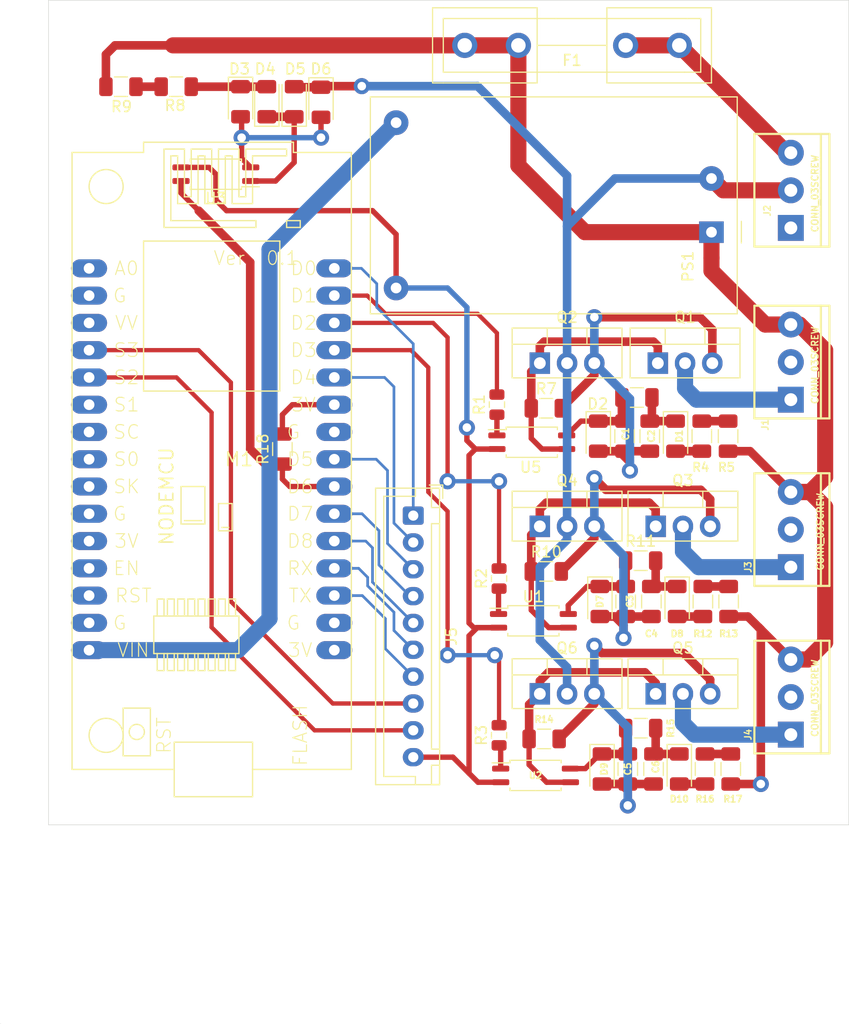
<source format=kicad_pcb>
(kicad_pcb (version 20210623) (generator pcbnew)
  (layers (0 "F.Cu" signal) (31 "B.Cu" signal) (34 "B.Paste" user) (35 "F.Paste" user) (36 "B.SilkS" user "B.Silkscreen") (37 "F.SilkS" user "F.Silkscreen") (38 "B.Mask" user) (39 "F.Mask" user) (44 "Edge.Cuts" user))
  (net 0 "")
  (net 1 "Net-(M1-Pad29)")
  (net 2 "Net-(M1-Pad28)")
  (net 3 "Net-(M1-Pad27)")
  (net 4 "Net-(R1-Pad1)")
  (net 5 "Net-(R2-Pad1)")
  (net 6 "Net-(R3-Pad1)")
  (net 7 "GND")
  (net 8 "Net-(D1-Pad2)")
  (net 9 "Net-(R4-Pad1)")
  (net 10 "Net-(C1-Pad2)")
  (net 11 "Net-(C1-Pad1)")
  (net 12 "Net-(C2-Pad1)")
  (net 13 "Net-(Q1-Pad1)")
  (net 14 "Net-(D3-Pad2)")
  (net 15 "Net-(D3-Pad1)")
  (net 16 "Net-(D4-Pad1)")
  (net 17 "Net-(F1-Pad1)")
  (net 18 "Net-(R8-Pad2)")
  (net 19 "Net-(C3-Pad2)")
  (net 20 "Net-(C3-Pad1)")
  (net 21 "Net-(C4-Pad1)")
  (net 22 "Net-(D8-Pad2)")
  (net 23 "Net-(Q3-Pad1)")
  (net 24 "Net-(R12-Pad1)")
  (net 25 "Net-(C5-Pad2)")
  (net 26 "Net-(C5-Pad1)")
  (net 27 "Net-(C6-Pad1)")
  (net 28 "Net-(D10-Pad2)")
  (net 29 "Net-(Q5-Pad1)")
  (net 30 "Net-(R16-Pad1)")
  (net 31 "Net-(M1-Pad25)")
  (net 32 "ZC")
  (net 33 "ACN")
  (net 34 "ACL")
  (net 35 "CH1")
  (net 36 "CH2")
  (net 37 "CH3")
  (net 38 "VDD")
  (net 39 "SW9")
  (net 40 "SW8")
  (net 41 "SW7")
  (net 42 "SW6")
  (net 43 "SW5")
  (net 44 "SW4")
  (net 45 "SW3")
  (net 46 "SW2")
  (net 47 "SW1")
  (footprint "Resistor_SMD:R_0805_2012Metric" (layer "F.Cu") (at 147.6 112.6625 90)
    (fp_text reference "R1")
    (fp_text value "220E")
  )
  (footprint "Resistor_SMD:R_0805_2012Metric" (layer "F.Cu") (at 147.8 128.8625 90)
    (fp_text reference "R2")
    (fp_text value "220E")
  )
  (footprint "Connectors:SCREWTERMINAL-3.5MM-3" (layer "F.Cu") (at 175 112.2 90)
    (fp_text reference "J1")
    (fp_text value "CONN_03SCREW")
  )
  (footprint "Package_TO_SOT_THT:TO-220-3_Vertical" (layer "F.Cu") (at 162.6 108.8)
    (fp_text reference "Q1")
    (fp_text value "IRF740")
  )
  (footprint "Package_TO_SOT_THT:TO-220-3_Vertical" (layer "F.Cu") (at 151.6 108.8)
    (fp_text reference "Q2")
    (fp_text value "IRF740")
  )
  (footprint "Resistor_SMD:R_1206_3216Metric" (layer "F.Cu") (at 152.2 113)
    (fp_text reference "R7")
    (fp_text value "10K")
  )
  (footprint "FuseHolder:Fuseholder5x20_horiz_open_inline_Type-I" (layer "F.Cu") (at 164.6 79.2 180)
    (fp_text reference "F1")
    (fp_text value "Fuse 5A")
  )
  (footprint "Connectors:SCREWTERMINAL-3.5MM-3" (layer "F.Cu") (at 175 96.2 90)
    (fp_text reference "J2")
    (fp_text value "CONN_03SCREW")
  )
  (footprint "Capacitor_SMD:C_1206_3216Metric" (layer "F.Cu") (at 159.6 131 -90)
    (fp_text reference "C3")
    (fp_text value "10")
  )
  (footprint "Capacitor_SMD:C_1206_3216Metric" (layer "F.Cu") (at 162 131 -90)
    (fp_text reference "C4")
    (fp_text value "10")
  )
  (footprint "Diode_SMD:D_1206_3216Metric" (layer "F.Cu") (at 157.2 131 -90)
    (fp_text reference "D7")
    (fp_text value "12V")
  )
  (footprint "Diode_SMD:D_1206_3216Metric" (layer "F.Cu") (at 164.4 131 -90)
    (fp_text reference "D8")
    (fp_text value "4007")
  )
  (footprint "Connectors:SCREWTERMINAL-3.5MM-3" (layer "F.Cu") (at 175 127.8 90)
    (fp_text reference "J3")
    (fp_text value "CONN_03SCREW")
  )
  (footprint "Package_TO_SOT_THT:TO-220-3_Vertical" (layer "F.Cu") (at 162.4 124)
    (fp_text reference "Q3")
    (fp_text value "IRF740")
  )
  (footprint "Package_TO_SOT_THT:TO-220-3_Vertical" (layer "F.Cu") (at 151.6 124)
    (fp_text reference "Q4")
    (fp_text value "IRF740")
  )
  (footprint "Resistor_SMD:R_1206_3216Metric" (layer "F.Cu") (at 152.2 128.2)
    (fp_text reference "R10")
    (fp_text value "10K")
  )
  (footprint "Resistor_SMD:R_1206_3216Metric" (layer "F.Cu") (at 161 127.2)
    (fp_text reference "R11")
    (fp_text value "100E")
  )
  (footprint "Resistor_SMD:R_1206_3216Metric" (layer "F.Cu") (at 169.2 131 -90)
    (fp_text reference "R13")
    (fp_text value "15K")
  )
  (footprint "Connectors:SCREWTERMINAL-3.5MM-3" (layer "F.Cu") (at 175 143.4 90)
    (fp_text reference "J4")
    (fp_text value "CONN_03SCREW")
  )
  (footprint "Package_TO_SOT_THT:TO-220-3_Vertical" (layer "F.Cu") (at 162.4 139.6)
    (fp_text reference "Q5")
    (fp_text value "IRF740")
  )
  (footprint "Package_TO_SOT_THT:TO-220-3_Vertical" (layer "F.Cu") (at 151.6 139.6)
    (fp_text reference "Q6")
    (fp_text value "IRF740")
  )
  (footprint "Resistor_SMD:R_1206_3216Metric" (layer "F.Cu") (at 152 143.8)
    (fp_text reference "R14")
    (fp_text value "10K")
  )
  (footprint "nodemcu2:nodemcu2-NODEMCU" (layer "F.Cu") (at 123.55 117.75)
    (fp_text reference "M1")
    (fp_text value "NODEMCU")
  )
  (footprint "Resistor_SMD:R_1206_3216Metric" (layer "F.Cu") (at 112.55 83.05 180)
    (fp_text reference "R9")
    (fp_text value "33K")
  )
  (footprint "Diode_SMD:D_1206_3216Metric" (layer "F.Cu") (at 123.7 84.45 -90)
    (fp_text reference "D3")
    (fp_text value "4007")
  )
  (footprint "Diode_SMD:D_1206_3216Metric" (layer "F.Cu") (at 126.15 84.45 90)
    (fp_text reference "D4")
    (fp_text value "4007")
  )
  (footprint "Diode_SMD:D_1206_3216Metric" (layer "F.Cu") (at 128.7 84.45 90)
    (fp_text reference "D5")
    (fp_text value "4007")
  )
  (footprint "Diode_SMD:D_1206_3216Metric" (layer "F.Cu") (at 131.2 84.5 -90)
    (fp_text reference "D6")
    (fp_text value "4007")
  )
  (footprint "Resistor_SMD:R_1206_3216Metric" (layer "F.Cu") (at 117.7 83.05 180)
    (fp_text reference "R8")
    (fp_text value "33K")
  )
  (footprint "Diode_SMD:D_1206_3216Metric" (layer "F.Cu") (at 164.25 115.6 -90)
    (fp_text reference "D1")
    (fp_text value "4007")
  )
  (footprint "Resistor_SMD:R_1206_3216Metric" (layer "F.Cu") (at 166.7 115.6 -90)
    (fp_text reference "R4")
    (fp_text value "15K" hide)
  )
  (footprint "Resistor_SMD:R_1206_3216Metric" (layer "F.Cu") (at 160.65 112)
    (fp_text reference "R6" hide)
    (fp_text value "100E")
  )
  (footprint "Capacitor_SMD:C_1206_3216Metric" (layer "F.Cu") (at 159.5 115.6 -90)
    (fp_text reference "C1")
    (fp_text value "10")
  )
  (footprint "Diode_SMD:D_1206_3216Metric" (layer "F.Cu") (at 157.05 115.6 -90)
    (fp_text reference "D2")
    (fp_text value "12V")
  )
  (footprint "Resistor_SMD:R_1206_3216Metric" (layer "F.Cu") (at 167 146.6 -90)
    (fp_text reference "R16")
    (fp_text value "15K")
  )
  (footprint "Capacitor_SMD:C_1206_3216Metric" (layer "F.Cu") (at 162.2 146.6 -90)
    (fp_text reference "C6")
    (fp_text value "10" hide)
  )
  (footprint "Diode_SMD:D_1206_3216Metric" (layer "F.Cu") (at 164.6 146.6 -90)
    (fp_text reference "D10")
    (fp_text value "4007")
  )
  (footprint "Resistor_SMD:R_1206_3216Metric" (layer "F.Cu") (at 161 142.8)
    (fp_text reference "R15")
    (fp_text value "100E")
  )
  (footprint "Capacitor_SMD:C_1206_3216Metric" (layer "F.Cu") (at 159.8 146.6 -90)
    (fp_text reference "C5")
    (fp_text value "10")
  )
  (footprint "Capacitor_SMD:C_1206_3216Metric" (layer "F.Cu") (at 161.85 115.6 -90)
    (fp_text reference "C2")
    (fp_text value "10")
  )
  (footprint "Package_SO:SOIC-4_4.55x2.6mm_P1.27mm" (layer "F.Cu") (at 150.85 116.165)
    (fp_text reference "U5")
    (fp_text value "TLP291")
  )
  (footprint "Converter_ACDC:Converter_ACDC_HiLink_HLK-PMxx" (layer "F.Cu") (at 167.6 96.6 180)
    (fp_text reference "PS1")
    (fp_text value "HLK-PM01")
  )
  (footprint "Package_SO:SOIC-4_4.55x2.6mm_P1.27mm" (layer "F.Cu") (at 151 132.8)
    (fp_text reference "U1")
    (fp_text value "TLP291")
  )
  (footprint "Package_SO:SOIC-4_4.55x2.6mm_P1.27mm" (layer "F.Cu") (at 151.2 147.2)
    (fp_text reference "U2")
    (fp_text value "TLP291" hide)
  )
  (footprint "Package_SO:SOIC-4_4.55x2.6mm_P1.27mm" (layer "F.Cu") (at 121.4 91.2 180)
    (fp_text reference "U3")
    (fp_text value "TLP291")
  )
  (footprint "Connector_JST:JST_XH_B10B-XH-A_1x10_P2.50mm_Vertical" (layer "F.Cu") (at 139.8 123 -90)
    (fp_text reference "J5")
    (fp_text value "Conn_01x10")
  )
  (footprint "Resistor_SMD:R_0805_2012Metric" (layer "F.Cu") (at 147.8 143.4625 90)
    (fp_text reference "R3")
    (fp_text value "220E" hide)
  )
  (footprint "Diode_SMD:D_1206_3216Metric" (layer "F.Cu") (at 157.4 146.6 -90)
    (fp_text reference "D9")
    (fp_text value "12V")
  )
  (footprint "Resistor_SMD:R_1206_3216Metric" (layer "F.Cu") (at 166.8 131 -90)
    (fp_text reference "R12")
    (fp_text value "15K")
  )
  (footprint "Resistor_SMD:R_1206_3216Metric" (layer "F.Cu") (at 169.4 146.6 -90)
    (fp_text reference "R17")
    (fp_text value "15K")
  )
  (footprint "Resistor_SMD:R_1206_3216Metric" (layer "F.Cu") (at 169.15 115.6 -90)
    (fp_text reference "R5")
    (fp_text value "15K" hide)
  )
  (footprint "Resistor_SMD:R_1206_3216Metric" (layer "F.Cu") (at 127.6 116.8 90)
    (fp_text reference "R18")
    (fp_text value "10K")
  )
  (gr_line (start 101.3 170.35) (end 101.35 170.35) (layer "Edge.Cuts") (width 0.05))
  (gr_line (start 105.8 75) (end 105.8 151.8) (layer "Edge.Cuts") (width 0.05))
  (gr_line (start 180.4 75) (end 105.8 75) (layer "Edge.Cuts") (width 0.05))
  (gr_line (start 180.4 151.8) (end 180.4 75) (layer "Edge.Cuts") (width 0.05))
  (gr_line (start 105.8 151.8) (end 180.4 151.8) (layer "Edge.Cuts") (width 0.05))
  (segment (start 147.6 111.725) (end 147.6 106) (width 0.4) (layer "F.Cu") (net 1))
  (segment (start 137.2 104.2) (end 135.51 102.51) (width 0.4) (layer "F.Cu") (net 1))
  (segment (start 145.8 104.2) (end 137.2 104.2) (width 0.4) (layer "F.Cu") (net 1))
  (segment (start 135.51 102.51) (end 132.44 102.51) (width 0.4) (layer "F.Cu") (net 1))
  (segment (start 147.6 106) (end 145.8 104.2) (width 0.4) (layer "F.Cu") (net 1))
  (segment (start 143 106.4) (end 141.65 105.05) (width 0.4) (layer "F.Cu") (net 2))
  (segment (start 143 119.8) (end 143 106.4) (width 0.4) (layer "F.Cu") (net 2))
  (segment (start 141.65 105.05) (end 132.44 105.05) (width 0.4) (layer "F.Cu") (net 2))
  (segment (start 147.8 127.925) (end 147.8 119.8) (width 0.4) (layer "F.Cu") (net 2))
  (via (at 143 119.8) (size 1.5) (drill 0.8) (layers "F.Cu" "B.Cu") (net 2))
  (via (at 147.8 119.8) (size 1.5) (drill 0.8) (layers "F.Cu" "B.Cu") (net 2))
  (segment (start 147.8 119.8) (end 143 119.8) (width 0.4) (layer "B.Cu") (net 2))
  (segment (start 139.59 107.59) (end 132.44 107.59) (width 0.4) (layer "F.Cu") (net 3))
  (segment (start 147.8 136.4) (end 147.4 136) (width 0.4) (layer "F.Cu") (net 3))
  (segment (start 143 136) (end 143 122.6) (width 0.4) (layer "F.Cu") (net 3))
  (segment (start 147.8 142.525) (end 147.8 136.4) (width 0.4) (layer "F.Cu") (net 3))
  (segment (start 141.2 109.2) (end 139.59 107.59) (width 0.4) (layer "F.Cu") (net 3))
  (segment (start 143 122.6) (end 141.2 120.8) (width 0.4) (layer "F.Cu") (net 3))
  (segment (start 141.2 120.8) (end 141.2 109.2) (width 0.4) (layer "F.Cu") (net 3))
  (via (at 143 136) (size 1.5) (drill 0.8) (layers "F.Cu" "B.Cu") (net 3))
  (via (at 147.4 136) (size 1.5) (drill 0.8) (layers "F.Cu" "B.Cu") (net 3))
  (segment (start 147.4 136) (end 143 136) (width 0.4) (layer "B.Cu") (net 3))
  (segment (start 147.6 115.53) (end 147.6 113.6) (width 0.5) (layer "F.Cu") (net 4))
  (segment (start 147.75 132.165) (end 147.75 129.85) (width 0.5) (layer "F.Cu") (net 5))
  (segment (start 147.75 129.85) (end 147.8 129.8) (width 0.5) (layer "F.Cu") (net 5))
  (segment (start 147.95 144.55) (end 147.8 144.4) (width 0.5) (layer "F.Cu") (net 6))
  (segment (start 147.95 146.565) (end 147.95 144.55) (width 0.5) (layer "F.Cu") (net 6))
  (segment (start 143.5 145.5) (end 145 147) (width 0.5) (layer "F.Cu") (net 7))
  (segment (start 145.6 116.8) (end 147.6 116.8) (width 0.5) (layer "F.Cu") (net 7))
  (segment (start 138.2 96.8) (end 138.2 101.8) (width 0.5) (layer "F.Cu") (net 7))
  (segment (start 145 147) (end 145 134.2) (width 0.5) (layer "F.Cu") (net 7))
  (segment (start 145.835 147.835) (end 145 147) (width 0.5) (layer "F.Cu") (net 7))
  (segment (start 145 134.2) (end 145.765 133.435) (width 0.5) (layer "F.Cu") (net 7))
  (segment (start 145 117.4) (end 145.6 116.8) (width 0.5) (layer "F.Cu") (net 7))
  (segment (start 145 133) (end 145 117.4) (width 0.5) (layer "F.Cu") (net 7))
  (segment (start 121.4 91.2) (end 121.4 93.6) (width 0.5) (layer "F.Cu") (net 7))
  (segment (start 147.75 133.435) (end 145.435 133.435) (width 0.5) (layer "F.Cu") (net 7))
  (segment (start 147.95 147.835) (end 145.835 147.835) (width 0.5) (layer "F.Cu") (net 7))
  (segment (start 144.8 116) (end 144.8 114.8) (width 0.5) (layer "F.Cu") (net 7))
  (segment (start 145.6 116.8) (end 144.8 116) (width 0.5) (layer "F.Cu") (net 7))
  (segment (start 139.8 145.5) (end 143.5 145.5) (width 0.5) (layer "F.Cu") (net 7))
  (segment (start 118.15 90.565) (end 120.765 90.565) (width 0.5) (layer "F.Cu") (net 7))
  (segment (start 136 94.6) (end 138.2 96.8) (width 0.5) (layer "F.Cu") (net 7))
  (segment (start 122.4 94.6) (end 136 94.6) (width 0.5) (layer "F.Cu") (net 7))
  (segment (start 120.765 90.565) (end 121.4 91.2) (width 0.5) (layer "F.Cu") (net 7))
  (segment (start 121.4 93.6) (end 122.4 94.6) (width 0.5) (layer "F.Cu") (net 7))
  (segment (start 145.435 133.435) (end 145 133) (width 0.5) (layer "F.Cu") (net 7))
  (segment (start 145.765 133.435) (end 147.75 133.435) (width 0.5) (layer "F.Cu") (net 7))
  (via (at 144.8 114.8) (size 1.5) (drill 0.8) (layers "F.Cu" "B.Cu") (net 7))
  (segment (start 144.8 114.8) (end 144.8 103.6) (width 0.5) (layer "B.Cu") (net 7))
  (segment (start 143 101.8) (end 138.2 101.8) (width 0.5) (layer "B.Cu") (net 7))
  (segment (start 144.8 103.6) (end 143 101.8) (width 0.5) (layer "B.Cu") (net 7))
  (segment (start 166.7 117) (end 164.25 117) (width 0.8) (layer "F.Cu") (net 8))
  (segment (start 169.15 114.2) (end 166.7 114.2) (width 0.8) (layer "F.Cu") (net 9))
  (segment (start 159 117) (end 160 118) (width 0.8) (layer "F.Cu") (net 10))
  (segment (start 166.52 104.52) (end 167.68 105.68) (width 0.8) (layer "F.Cu") (net 10))
  (segment (start 160 118) (end 160 118.8) (width 0.8) (layer "F.Cu") (net 10))
  (segment (start 156.68 104.52) (end 166.52 104.52) (width 0.8) (layer "F.Cu") (net 10))
  (segment (start 159.5 117) (end 157.05 117) (width 0.8) (layer "F.Cu") (net 10))
  (segment (start 167.68 105.68) (end 167.68 108.8) (width 0.8) (layer "F.Cu") (net 10))
  (segment (start 157.05 117) (end 159 117) (width 0.8) (layer "F.Cu") (net 10))
  (segment (start 156.68 108.8) (end 156.68 109.92) (width 0.8) (layer "F.Cu") (net 10))
  (segment (start 156.68 109.92) (end 153.6 113) (width 0.8) (layer "F.Cu") (net 10))
  (segment (start 161.85 117) (end 159.5 117) (width 0.8) (layer "F.Cu") (net 10))
  (via (at 160 118.8) (size 1.5) (drill 0.8) (layers "F.Cu" "B.Cu") (net 10))
  (via (at 156.68 104.52) (size 1.5) (drill 0.8) (layers "F.Cu" "B.Cu") (net 10))
  (segment (start 160 118.8) (end 160 112.12) (width 0.8) (layer "B.Cu") (net 10))
  (segment (start 156.68 108.8) (end 156.68 104.52) (width 0.8) (layer "B.Cu") (net 10))
  (segment (start 160 112.12) (end 156.68 108.8) (width 0.8) (layer "B.Cu") (net 10))
  (segment (start 159.25 112) (end 159.25 113.95) (width 0.8) (layer "F.Cu") (net 11))
  (segment (start 159.25 113.95) (end 159.5 114.2) (width 0.8) (layer "F.Cu") (net 11))
  (segment (start 155.43 114.2) (end 157.05 114.2) (width 0.5) (layer "F.Cu") (net 11))
  (segment (start 154.1 115.53) (end 155.43 114.2) (width 0.5) (layer "F.Cu") (net 11))
  (segment (start 159.5 114.2) (end 157.05 114.2) (width 0.8) (layer "F.Cu") (net 11))
  (segment (start 162.05 112) (end 162.05 114) (width 0.8) (layer "F.Cu") (net 12))
  (segment (start 164.25 114.2) (end 161.85 114.2) (width 0.8) (layer "F.Cu") (net 12))
  (segment (start 162.05 114) (end 161.85 114.2) (width 0.8) (layer "F.Cu") (net 12))
  (segment (start 162.6 108.8) (end 162.6 107.2) (width 0.8) (layer "F.Cu") (net 13))
  (segment (start 151.8 116.8) (end 150.8 115.8) (width 0.5) (layer "F.Cu") (net 13))
  (segment (start 150.8 113) (end 150.8 109.6) (width 0.8) (layer "F.Cu") (net 13))
  (segment (start 162.2 106.8) (end 152 106.8) (width 0.8) (layer "F.Cu") (net 13))
  (segment (start 162.6 107.2) (end 162.2 106.8) (width 0.8) (layer "F.Cu") (net 13))
  (segment (start 150.8 115.8) (end 150.8 113) (width 0.5) (layer "F.Cu") (net 13))
  (segment (start 151.6 107.2) (end 151.6 108.8) (width 0.8) (layer "F.Cu") (net 13))
  (segment (start 150.8 109.6) (end 151.6 108.8) (width 0.8) (layer "F.Cu") (net 13))
  (segment (start 154.1 116.8) (end 151.8 116.8) (width 0.5) (layer "F.Cu") (net 13))
  (segment (start 152 106.8) (end 151.6 107.2) (width 0.8) (layer "F.Cu") (net 13))
  (segment (start 124.65 90.565) (end 123.8 89.715) (width 0.5) (layer "F.Cu") (net 14))
  (segment (start 123.8 89.715) (end 123.8 87.8) (width 0.5) (layer "F.Cu") (net 14))
  (segment (start 131.2 85.9) (end 131.2 87.8) (width 0.5) (layer "F.Cu") (net 14))
  (segment (start 123.8 87.8) (end 123.8 85.95) (width 0.5) (layer "F.Cu") (net 14))
  (segment (start 123.8 85.95) (end 123.7 85.85) (width 0.5) (layer "F.Cu") (net 14))
  (via (at 131.2 87.8) (size 1.5) (drill 0.8) (layers "F.Cu" "B.Cu") (net 14))
  (via (at 123.8 87.8) (size 1.5) (drill 0.8) (layers "F.Cu" "B.Cu") (net 14))
  (segment (start 131.2 87.8) (end 123.8 87.8) (width 0.5) (layer "B.Cu") (net 14))
  (segment (start 123.7 83.05) (end 119.1 83.05) (width 0.8) (layer "F.Cu") (net 15))
  (segment (start 126.15 83.05) (end 123.7 83.05) (width 0.8) (layer "F.Cu") (net 15))
  (segment (start 126.965 91.835) (end 128.7 90.1) (width 0.5) (layer "F.Cu") (net 16))
  (segment (start 128.7 85.85) (end 126.15 85.85) (width 0.8) (layer "F.Cu") (net 16))
  (segment (start 128.7 90.1) (end 128.7 85.85) (width 0.5) (layer "F.Cu") (net 16))
  (segment (start 124.65 91.835) (end 126.965 91.835) (width 0.5) (layer "F.Cu") (net 16))
  (segment (start 164.6 79.2) (end 159.6 79.2) (width 1.5) (layer "F.Cu") (net 17))
  (segment (start 175 89.2023) (end 174.6023 89.2023) (width 1.5) (layer "F.Cu") (net 17))
  (segment (start 174.6023 89.2023) (end 164.6 79.2) (width 1.5) (layer "F.Cu") (net 17))
  (segment (start 116.3 83.05) (end 113.95 83.05) (width 0.8) (layer "F.Cu") (net 18))
  (segment (start 159.4 133.2) (end 159.4 134) (width 0.8) (layer "F.Cu") (net 19))
  (segment (start 158.6 132.4) (end 159.4 133.2) (width 0.8) (layer "F.Cu") (net 19))
  (segment (start 162 132.4) (end 159.6 132.4) (width 0.8) (layer "F.Cu") (net 19))
  (segment (start 159.4 134) (end 159.4 134.4) (width 0.8) (layer "F.Cu") (net 19))
  (segment (start 167.48 121.48) (end 166.6 120.6) (width 0.8) (layer "F.Cu") (net 19))
  (segment (start 157.76 120.6) (end 156.68 119.52) (width 0.8) (layer "F.Cu") (net 19))
  (segment (start 157.2 132.4) (end 158.6 132.4) (width 0.8) (layer "F.Cu") (net 19))
  (segment (start 167.48 124) (end 167.48 121.48) (width 0.8) (layer "F.Cu") (net 19))
  (segment (start 156.68 124) (end 156.68 125.12) (width 0.8) (layer "F.Cu") (net 19))
  (segment (start 166.6 120.6) (end 157.76 120.6) (width 0.8) (layer "F.Cu") (net 19))
  (segment (start 156.68 125.12) (end 153.6 128.2) (width 0.8) (layer "F.Cu") (net 19))
  (segment (start 159.6 132.4) (end 157.2 132.4) (width 0.8) (layer "F.Cu") (net 19))
  (segment (start 157.2 132.4) (end 158 132.4) (width 0.8) (layer "F.Cu") (net 19))
  (via (at 159.4 134.4) (size 1.5) (drill 0.8) (layers "F.Cu" "B.Cu") (net 19))
  (via (at 156.68 119.52) (size 1.5) (drill 0.8) (layers "F.Cu" "B.Cu") (net 19))
  (segment (start 159.4 126.72) (end 156.68 124) (width 0.8) (layer "B.Cu") (net 19))
  (segment (start 156.68 124) (end 156.68 120.12) (width 0.8) (layer "B.Cu") (net 19))
  (segment (start 156.68 120.12) (end 156.68 119.52) (width 0.8) (layer "B.Cu") (net 19))
  (segment (start 159.4 134.4) (end 159.4 126.72) (width 0.8) (layer "B.Cu") (net 19))
  (segment (start 159.6 127.2) (end 159.6 129.6) (width 0.8) (layer "F.Cu") (net 20))
  (segment (start 154.25 131.35) (end 156 129.6) (width 0.5) (layer "F.Cu") (net 20))
  (segment (start 156 129.6) (end 157.2 129.6) (width 0.5) (layer "F.Cu") (net 20))
  (segment (start 159.6 129.6) (end 157.2 129.6) (width 0.8) (layer "F.Cu") (net 20))
  (segment (start 154.25 132.165) (end 154.25 131.35) (width 0.5) (layer "F.Cu") (net 20))
  (segment (start 162.4 129.2) (end 162 129.6) (width 0.8) (layer "F.Cu") (net 21))
  (segment (start 164.4 129.6) (end 162 129.6) (width 0.8) (layer "F.Cu") (net 21))
  (segment (start 162.4 127.2) (end 162.4 129.2) (width 0.8) (layer "F.Cu") (net 21))
  (segment (start 166.8 132.4) (end 164.4 132.4) (width 0.8) (layer "F.Cu") (net 22))
  (segment (start 162.4 122.4) (end 161.8 121.8) (width 0.8) (layer "F.Cu") (net 23))
  (segment (start 152.2 121.8) (end 151.6 122.4) (width 0.8) (layer "F.Cu") (net 23))
  (segment (start 162.4 124) (end 162.4 122.4) (width 0.8) (layer "F.Cu") (net 23))
  (segment (start 161.8 121.8) (end 152.2 121.8) (width 0.8) (layer "F.Cu") (net 23))
  (segment (start 151.6 122.4) (end 151.6 124) (width 0.8) (layer "F.Cu") (net 23))
  (segment (start 154.25 133.435) (end 152.435 133.435) (width 0.5) (layer "F.Cu") (net 23))
  (segment (start 152.435 133.435) (end 150.8 131.8) (width 0.5) (layer "F.Cu") (net 23))
  (segment (start 150.8 131.8) (end 150.8 128.2) (width 0.5) (layer "F.Cu") (net 23))
  (segment (start 150.8 124.8) (end 151.6 124) (width 0.8) (layer "F.Cu") (net 23))
  (segment (start 150.8 128.2) (end 150.8 124.8) (width 0.8) (layer "F.Cu") (net 23))
  (segment (start 169.2 129.6) (end 166.8 129.6) (width 0.8) (layer "F.Cu") (net 24))
  (segment (start 157.4 148) (end 159.2 148) (width 0.8) (layer "F.Cu") (net 25))
  (segment (start 159.8 148.6) (end 159.8 149.6) (width 0.8) (layer "F.Cu") (net 25))
  (segment (start 159.8 148) (end 157.4 148) (width 0.8) (layer "F.Cu") (net 25))
  (segment (start 159.8 149.6) (end 159.8 150) (width 0.8) (layer "F.Cu") (net 25))
  (segment (start 157.36 135.8) (end 156.68 135.12) (width 0.8) (layer "F.Cu") (net 25))
  (segment (start 156.68 140.52) (end 153.4 143.8) (width 0.8) (layer "F.Cu") (net 25))
  (segment (start 156.68 139.6) (end 156.68 140.52) (width 0.8) (layer "F.Cu") (net 25))
  (segment (start 167.48 139.6) (end 167.48 138.28) (width 0.8) (layer "F.Cu") (net 25))
  (segment (start 159.2 148) (end 159.8 148.6) (width 0.8) (layer "F.Cu") (net 25))
  (segment (start 162.2 148) (end 159.8 148) (width 0.8) (layer "F.Cu") (net 25))
  (segment (start 165 135.8) (end 157.36 135.8) (width 0.8) (layer "F.Cu") (net 25))
  (segment (start 167.48 138.28) (end 165 135.8) (width 0.8) (layer "F.Cu") (net 25))
  (via (at 159.8 150) (size 1.5) (drill 0.8) (layers "F.Cu" "B.Cu") (net 25))
  (via (at 156.68 135.12) (size 1.5) (drill 0.8) (layers "F.Cu" "B.Cu") (net 25))
  (segment (start 159.8 142.72) (end 156.68 139.6) (width 0.8) (layer "B.Cu") (net 25))
  (segment (start 156.68 139.6) (end 156.68 135.72) (width 0.8) (layer "B.Cu") (net 25))
  (segment (start 156.68 135.72) (end 156.68 135.12) (width 0.8) (layer "B.Cu") (net 25))
  (segment (start 159.8 150) (end 159.8 142.72) (width 0.8) (layer "B.Cu") (net 25))
  (segment (start 159.6 142.8) (end 159.6 145) (width 0.8) (layer "F.Cu") (net 26))
  (segment (start 159.8 145.2) (end 157.4 145.2) (width 0.8) (layer "F.Cu") (net 26))
  (segment (start 157.2 145.2) (end 157.4 145.2) (width 0.5) (layer "F.Cu") (net 26))
  (segment (start 159.6 145) (end 159.8 145.2) (width 0.8) (layer "F.Cu") (net 26))
  (segment (start 154.45 146.565) (end 155.835 146.565) (width 0.5) (layer "F.Cu") (net 26))
  (segment (start 155.835 146.565) (end 157.2 145.2) (width 0.5) (layer "F.Cu") (net 26))
  (segment (start 162.4 145) (end 162.2 145.2) (width 0.8) (layer "F.Cu") (net 27))
  (segment (start 162.4 142.8) (end 162.4 145) (width 0.8) (layer "F.Cu") (net 27))
  (segment (start 164.6 145.2) (end 162.2 145.2) (width 0.8) (layer "F.Cu") (net 27))
  (segment (start 167 148) (end 164.6 148) (width 0.8) (layer "F.Cu") (net 28))
  (segment (start 150.6 143.8) (end 150.6 140.6) (width 0.8) (layer "F.Cu") (net 29))
  (segment (start 151.6 138.4) (end 151.6 139.6) (width 0.8) (layer "F.Cu") (net 29))
  (segment (start 154.45 147.835) (end 152.235 147.835) (width 0.5) (layer "F.Cu") (net 29))
  (segment (start 162.4 138.6) (end 161.4 137.6) (width 0.8) (layer "F.Cu") (net 29))
  (segment (start 152.4 137.6) (end 151.6 138.4) (width 0.8) (layer "F.Cu") (net 29))
  (segment (start 161.4 137.6) (end 152.4 137.6) (width 0.8) (layer "F.Cu") (net 29))
  (segment (start 152.235 147.835) (end 150.6 146.2) (width 0.5) (layer "F.Cu") (net 29))
  (segment (start 150.6 146.2) (end 150.6 143.8) (width 0.5) (layer "F.Cu") (net 29))
  (segment (start 162.4 139.6) (end 162.4 138.6) (width 0.8) (layer "F.Cu") (net 29))
  (segment (start 150.6 140.6) (end 151.6 139.6) (width 0.8) (layer "F.Cu") (net 29))
  (segment (start 169.4 145.2) (end 167 145.2) (width 0.8) (layer "F.Cu") (net 30))
  (segment (start 128.53 112.67) (end 127.6 113.6) (width 0.5) (layer "F.Cu") (net 31))
  (segment (start 127.6 113.6) (end 127.6 115.4) (width 0.5) (layer "F.Cu") (net 31))
  (segment (start 132.44 112.67) (end 128.53 112.67) (width 0.5) (layer "F.Cu") (net 31))
  (segment (start 118.15 92.95) (end 118.15 91.835) (width 0.5) (layer "F.Cu") (net 32))
  (segment (start 127.6 119.6) (end 127.6 118.2) (width 0.5) (layer "F.Cu") (net 32))
  (segment (start 124.6 116.8) (end 124.6 99.4) (width 0.8) (layer "F.Cu") (net 32))
  (segment (start 132.44 120.29) (end 128.29 120.29) (width 0.5) (layer "F.Cu") (net 32))
  (segment (start 124.6 99.4) (end 119.8 94.6) (width 0.8) (layer "F.Cu") (net 32))
  (segment (start 128.29 120.29) (end 127.6 119.6) (width 0.5) (layer "F.Cu") (net 32))
  (segment (start 119.8 94.6) (end 118.15 92.95) (width 0.5) (layer "F.Cu") (net 32))
  (segment (start 127.6 118.2) (end 126 118.2) (width 0.8) (layer "F.Cu") (net 32))
  (segment (start 126 118.2) (end 124.6 116.8) (width 0.8) (layer "F.Cu") (net 32))
  (segment (start 128.75 83.1) (end 128.7 83.05) (width 0.8) (layer "F.Cu") (net 33))
  (segment (start 131.3 83) (end 131.2 83.1) (width 0.8) (layer "F.Cu") (net 33))
  (segment (start 175 92.70242) (end 168.70242 92.70242) (width 1.5) (layer "F.Cu") (net 33))
  (segment (start 131.2 83.1) (end 128.75 83.1) (width 0.8) (layer "F.Cu") (net 33))
  (segment (start 135 83) (end 131.3 83) (width 0.8) (layer "F.Cu") (net 33))
  (segment (start 168.70242 92.70242) (end 167.6 91.6) (width 1.5) (layer "F.Cu") (net 33))
  (via (at 135 83) (size 1.5) (drill 0.8) (layers "F.Cu" "B.Cu") (net 33))
  (segment (start 154.14 125.26) (end 154.14 124) (width 0.8) (layer "B.Cu") (net 33))
  (segment (start 151.6 134.6) (end 151.6 127.8) (width 0.8) (layer "B.Cu") (net 33))
  (segment (start 154.14 109) (end 154.34 108.8) (width 0.8) (layer "B.Cu") (net 33))
  (segment (start 154.14 96.06) (end 154.14 91.34) (width 0.8) (layer "B.Cu") (net 33))
  (segment (start 154.14 137.14) (end 151.6 134.6) (width 0.8) (layer "B.Cu") (net 33))
  (segment (start 145.8 83) (end 135 83) (width 0.8) (layer "B.Cu") (net 33))
  (segment (start 151.6 127.8) (end 154.14 125.26) (width 0.8) (layer "B.Cu") (net 33))
  (segment (start 154.14 139.6) (end 154.14 137.14) (width 0.8) (layer "B.Cu") (net 33))
  (segment (start 154.14 91.34) (end 145.8 83) (width 0.8) (layer "B.Cu") (net 33))
  (segment (start 154.14 124) (end 154.14 109) (width 0.8) (layer "B.Cu") (net 33))
  (segment (start 154.14 108.8) (end 154.14 96.06) (width 0.8) (layer "B.Cu") (net 33))
  (segment (start 158.6 91.6) (end 167.6 91.6) (width 0.8) (layer "B.Cu") (net 33))
  (segment (start 154.14 96.06) (end 158.6 91.6) (width 0.8) (layer "B.Cu") (net 33))
  (segment (start 169.4 148) (end 172.2 148) (width 0.8) (layer "F.Cu") (net 34))
  (segment (start 175.8023 105.2023) (end 175 105.2023) (width 1.5) (layer "F.Cu") (net 34))
  (segment (start 178.2 107.6) (end 175.8023 105.2023) (width 1.5) (layer "F.Cu") (net 34))
  (segment (start 149.6 79.2) (end 144.6 79.2) (width 1.5) (layer "F.Cu") (net 34))
  (segment (start 172.6023 105.2023) (end 167.6 100.2) (width 1.5) (layer "F.Cu") (net 34))
  (segment (start 176.5977 136.4023) (end 178.2 134.8) (width 1.5) (layer "F.Cu") (net 34))
  (segment (start 176.8023 120.8023) (end 175 120.8023) (width 1.5) (layer "F.Cu") (net 34))
  (segment (start 171.1977 117) (end 175 120.8023) (width 0.8) (layer "F.Cu") (net 34))
  (segment (start 176.7977 120.8023) (end 178.2 119.4) (width 1.5) (layer "F.Cu") (net 34))
  (segment (start 172.2 133.6023) (end 171.99885 133.40115) (width 0.8) (layer "F.Cu") (net 34))
  (segment (start 167.6 96.6) (end 167.6 99.0023) (width 1.5) (layer "F.Cu") (net 34))
  (segment (start 155.8 96.6) (end 149.6 90.4) (width 1.5) (layer "F.Cu") (net 34))
  (segment (start 175 136.4023) (end 176.5977 136.4023) (width 1.5) (layer "F.Cu") (net 34))
  (segment (start 175 120.8023) (end 176.7977 120.8023) (width 1.5) (layer "F.Cu") (net 34))
  (segment (start 178.2 134.8) (end 178.2 122.2) (width 1.5) (layer "F.Cu") (net 34))
  (segment (start 169.2 132.4) (end 170.9977 132.4) (width 0.8) (layer "F.Cu") (net 34))
  (segment (start 171.99885 133.40115) (end 175 136.4023) (width 0.8) (layer "F.Cu") (net 34))
  (segment (start 144.6 79.2) (end 117.4 79.2) (width 1.5) (layer "F.Cu") (net 34))
  (segment (start 170.9977 132.4) (end 171.99885 133.40115) (width 0.8) (layer "F.Cu") (net 34))
  (segment (start 178.2 119.4) (end 178.2 107.6) (width 1.5) (layer "F.Cu") (net 34))
  (segment (start 178.2 122.2) (end 176.8023 120.8023) (width 1.5) (layer "F.Cu") (net 34))
  (segment (start 167.6 96.6) (end 155.8 96.6) (width 1.5) (layer "F.Cu") (net 34))
  (segment (start 175 105.2023) (end 172.6023 105.2023) (width 1.5) (layer "F.Cu") (net 34))
  (segment (start 167.6 100.2) (end 167.6 99.0023) (width 1.5) (layer "F.Cu") (net 34))
  (segment (start 149.6 90.4) (end 149.6 79.2) (width 1.5) (layer "F.Cu") (net 34))
  (segment (start 111.15 80.05) (end 111.15 83.05) (width 0.8) (layer "F.Cu") (net 34))
  (segment (start 172.2 148) (end 172.2 133.6023) (width 0.8) (layer "F.Cu") (net 34))
  (segment (start 117.4 79.2) (end 112 79.2) (width 0.8) (layer "F.Cu") (net 34))
  (segment (start 112 79.2) (end 111.15 80.05) (width 0.8) (layer "F.Cu") (net 34))
  (segment (start 169.15 117) (end 171.1977 117) (width 0.8) (layer "F.Cu") (net 34))
  (via (at 172.2 148) (size 1.5) (drill 0.8) (layers "F.Cu" "B.Cu") (net 34))
  (segment (start 165.14 111.14) (end 165.14 108.8) (width 1.5) (layer "B.Cu") (net 35))
  (segment (start 175 112.2) (end 166.2 112.2) (width 1.5) (layer "B.Cu") (net 35))
  (segment (start 166.2 112.2) (end 165.14 111.14) (width 1.5) (layer "B.Cu") (net 35))
  (segment (start 175 127.8) (end 166.4 127.8) (width 1.5) (layer "B.Cu") (net 36))
  (segment (start 164.94 126.34) (end 164.94 124) (width 1.5) (layer "B.Cu") (net 36))
  (segment (start 166.4 127.8) (end 164.94 126.34) (width 1.5) (layer "B.Cu") (net 36))
  (segment (start 166 143.4) (end 164.94 142.34) (width 1.5) (layer "B.Cu") (net 37))
  (segment (start 164.94 142.34) (end 164.94 139.6) (width 1.5) (layer "B.Cu") (net 37))
  (segment (start 175 143.4) (end 166 143.4) (width 1.5) (layer "B.Cu") (net 37))
  (segment (start 126.4 98.2) (end 138.2 86.4) (width 1.5) (layer "B.Cu") (net 38))
  (segment (start 109.58 135.53) (end 123.47 135.53) (width 1.5) (layer "B.Cu") (net 38))
  (segment (start 126.4 132.6) (end 126.4 98.2) (width 1.5) (layer "B.Cu") (net 38))
  (segment (start 123.47 135.53) (end 126.4 132.6) (width 1.5) (layer "B.Cu") (net 38))
  (segment (start 117.73 110.13) (end 109.58 110.13) (width 0.4) (layer "F.Cu") (net 39))
  (segment (start 130.6 143) (end 121 133.4) (width 0.4) (layer "F.Cu") (net 39))
  (segment (start 139.8 143) (end 130.6 143) (width 0.4) (layer "F.Cu") (net 39))
  (segment (start 121 113.4) (end 117.73 110.13) (width 0.4) (layer "F.Cu") (net 39))
  (segment (start 121 133.4) (end 121 113.4) (width 0.4) (layer "F.Cu") (net 39))
  (segment (start 119.79 107.59) (end 109.58 107.59) (width 0.4) (layer "F.Cu") (net 40))
  (segment (start 139.8 140.5) (end 132.3 140.5) (width 0.4) (layer "F.Cu") (net 40))
  (segment (start 122.8 131) (end 122.8 110.6) (width 0.4) (layer "F.Cu") (net 40))
  (segment (start 132.3 140.5) (end 122.8 131) (width 0.4) (layer "F.Cu") (net 40))
  (segment (start 122.8 110.6) (end 119.79 107.59) (width 0.4) (layer "F.Cu") (net 40))
  (segment (start 137.2 135.4) (end 139.8 138) (width 0.25) (layer "B.Cu") (net 41))
  (segment (start 132.44 130.45) (end 135.05 130.45) (width 0.25) (layer "B.Cu") (net 41))
  (segment (start 137.2 132.6) (end 137.2 135.4) (width 0.25) (layer "B.Cu") (net 41))
  (segment (start 135.05 130.45) (end 137.2 132.6) (width 0.25) (layer "B.Cu") (net 41))
  (segment (start 138 133.7) (end 139.8 135.5) (width 0.25) (layer "B.Cu") (net 42))
  (segment (start 135.54999 129.54999) (end 138 132) (width 0.25) (layer "B.Cu") (net 42))
  (segment (start 134.71 127.91) (end 135.54999 128.74999) (width 0.25) (layer "B.Cu") (net 42))
  (segment (start 135.54999 128.74999) (end 135.54999 129.54999) (width 0.25) (layer "B.Cu") (net 42))
  (segment (start 132.44 127.91) (end 134.71 127.91) (width 0.25) (layer "B.Cu") (net 42))
  (segment (start 138 132) (end 138 133.7) (width 0.25) (layer "B.Cu") (net 42))
  (segment (start 135.37 125.37) (end 136 126) (width 0.25) (layer "B.Cu") (net 43))
  (segment (start 136 126) (end 136 129.2) (width 0.25) (layer "B.Cu") (net 43))
  (segment (start 132.44 125.37) (end 135.37 125.37) (width 0.25) (layer "B.Cu") (net 43))
  (segment (start 136 129.2) (end 139.8 133) (width 0.25) (layer "B.Cu") (net 43))
  (segment (start 136.6 127.6) (end 139.5 130.5) (width 0.25) (layer "B.Cu") (net 44))
  (segment (start 135.03 122.83) (end 136.6 124.4) (width 0.25) (layer "B.Cu") (net 44))
  (segment (start 132.44 122.83) (end 135.03 122.83) (width 0.25) (layer "B.Cu") (net 44))
  (segment (start 139.5 130.5) (end 139.8 130.5) (width 0.25) (layer "B.Cu") (net 44))
  (segment (start 136.6 124.4) (end 136.6 127.6) (width 0.25) (layer "B.Cu") (net 44))
  (segment (start 132.44 117.75) (end 136.35 117.75) (width 0.25) (layer "B.Cu") (net 45))
  (segment (start 137.4 118.8) (end 137.4 125.6) (width 0.25) (layer "B.Cu") (net 45))
  (segment (start 137.4 125.6) (end 139.8 128) (width 0.25) (layer "B.Cu") (net 45))
  (segment (start 136.35 117.75) (end 137.4 118.8) (width 0.25) (layer "B.Cu") (net 45))
  (segment (start 137.13 110.13) (end 138 111) (width 0.25) (layer "B.Cu") (net 46))
  (segment (start 138 123.7) (end 139.8 125.5) (width 0.25) (layer "B.Cu") (net 46))
  (segment (start 138 111) (end 138 123.7) (width 0.25) (layer "B.Cu") (net 46))
  (segment (start 132.44 110.13) (end 137.13 110.13) (width 0.25) (layer "B.Cu") (net 46))
  (segment (start 136.4 101.4) (end 136.4 103.6) (width 0.25) (layer "B.Cu") (net 47))
  (segment (start 136.4 103.6) (end 139.8 107) (width 0.25) (layer "B.Cu") (net 47))
  (segment (start 139.8 107) (end 139.8 123) (width 0.25) (layer "B.Cu") (net 47))
  (segment (start 134.97 99.97) (end 136.4 101.4) (width 0.25) (layer "B.Cu") (net 47))
  (segment (start 132.44 99.97) (end 134.97 99.97) (width 0.25) (layer "B.Cu") (net 47))
)
</source>
